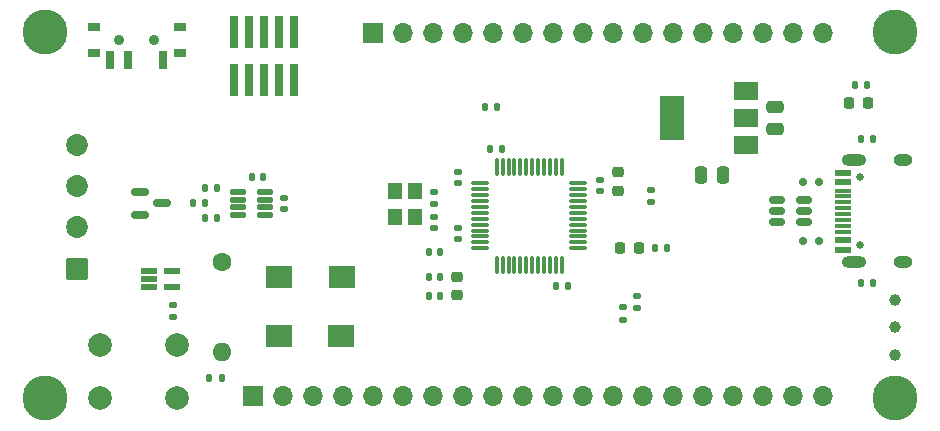
<source format=gbr>
%TF.GenerationSoftware,KiCad,Pcbnew,7.0.5-0*%
%TF.CreationDate,2024-02-18T02:25:47-06:00*%
%TF.ProjectId,STM32_BluePill,53544d33-325f-4426-9c75-6550696c6c2e,1*%
%TF.SameCoordinates,Original*%
%TF.FileFunction,Soldermask,Top*%
%TF.FilePolarity,Negative*%
%FSLAX46Y46*%
G04 Gerber Fmt 4.6, Leading zero omitted, Abs format (unit mm)*
G04 Created by KiCad (PCBNEW 7.0.5-0) date 2024-02-18 02:25:47*
%MOMM*%
%LPD*%
G01*
G04 APERTURE LIST*
G04 Aperture macros list*
%AMRoundRect*
0 Rectangle with rounded corners*
0 $1 Rounding radius*
0 $2 $3 $4 $5 $6 $7 $8 $9 X,Y pos of 4 corners*
0 Add a 4 corners polygon primitive as box body*
4,1,4,$2,$3,$4,$5,$6,$7,$8,$9,$2,$3,0*
0 Add four circle primitives for the rounded corners*
1,1,$1+$1,$2,$3*
1,1,$1+$1,$4,$5*
1,1,$1+$1,$6,$7*
1,1,$1+$1,$8,$9*
0 Add four rect primitives between the rounded corners*
20,1,$1+$1,$2,$3,$4,$5,0*
20,1,$1+$1,$4,$5,$6,$7,0*
20,1,$1+$1,$6,$7,$8,$9,0*
20,1,$1+$1,$8,$9,$2,$3,0*%
G04 Aperture macros list end*
%ADD10RoundRect,0.140000X0.140000X0.170000X-0.140000X0.170000X-0.140000X-0.170000X0.140000X-0.170000X0*%
%ADD11RoundRect,0.135000X0.135000X0.185000X-0.135000X0.185000X-0.135000X-0.185000X0.135000X-0.185000X0*%
%ADD12RoundRect,0.135000X0.185000X-0.135000X0.185000X0.135000X-0.185000X0.135000X-0.185000X-0.135000X0*%
%ADD13RoundRect,0.140000X-0.140000X-0.170000X0.140000X-0.170000X0.140000X0.170000X-0.140000X0.170000X0*%
%ADD14C,3.800000*%
%ADD15RoundRect,0.135000X-0.135000X-0.185000X0.135000X-0.185000X0.135000X0.185000X-0.135000X0.185000X0*%
%ADD16R,1.000000X0.800000*%
%ADD17C,0.900000*%
%ADD18R,0.700000X1.500000*%
%ADD19R,2.310000X1.910000*%
%ADD20RoundRect,0.140000X-0.170000X0.140000X-0.170000X-0.140000X0.170000X-0.140000X0.170000X0.140000X0*%
%ADD21C,0.650000*%
%ADD22R,1.450000X0.600000*%
%ADD23R,1.450000X0.300000*%
%ADD24O,2.100000X1.000000*%
%ADD25O,1.600000X1.000000*%
%ADD26R,1.700000X1.700000*%
%ADD27O,1.700000X1.700000*%
%ADD28RoundRect,0.135000X-0.185000X0.135000X-0.185000X-0.135000X0.185000X-0.135000X0.185000X0.135000X0*%
%ADD29RoundRect,0.150000X0.512500X0.150000X-0.512500X0.150000X-0.512500X-0.150000X0.512500X-0.150000X0*%
%ADD30RoundRect,0.218750X0.218750X0.256250X-0.218750X0.256250X-0.218750X-0.256250X0.218750X-0.256250X0*%
%ADD31C,1.600000*%
%ADD32O,1.600000X1.600000*%
%ADD33R,1.200000X1.400000*%
%ADD34R,2.000000X1.500000*%
%ADD35R,2.000000X3.800000*%
%ADD36RoundRect,0.075000X-0.662500X-0.075000X0.662500X-0.075000X0.662500X0.075000X-0.662500X0.075000X0*%
%ADD37RoundRect,0.075000X-0.075000X-0.662500X0.075000X-0.662500X0.075000X0.662500X-0.075000X0.662500X0*%
%ADD38RoundRect,0.150000X-0.587500X-0.150000X0.587500X-0.150000X0.587500X0.150000X-0.587500X0.150000X0*%
%ADD39C,1.000000*%
%ADD40RoundRect,0.250000X-0.475000X0.250000X-0.475000X-0.250000X0.475000X-0.250000X0.475000X0.250000X0*%
%ADD41RoundRect,0.225000X-0.250000X0.225000X-0.250000X-0.225000X0.250000X-0.225000X0.250000X0.225000X0*%
%ADD42RoundRect,0.140000X0.170000X-0.140000X0.170000X0.140000X-0.170000X0.140000X-0.170000X-0.140000X0*%
%ADD43RoundRect,0.150000X0.150000X0.200000X-0.150000X0.200000X-0.150000X-0.200000X0.150000X-0.200000X0*%
%ADD44R,0.740000X2.790000*%
%ADD45RoundRect,0.250000X-0.250000X-0.475000X0.250000X-0.475000X0.250000X0.475000X-0.250000X0.475000X0*%
%ADD46RoundRect,0.102000X-0.584200X-0.177800X0.584200X-0.177800X0.584200X0.177800X-0.584200X0.177800X0*%
%ADD47RoundRect,0.125000X0.537500X0.125000X-0.537500X0.125000X-0.537500X-0.125000X0.537500X-0.125000X0*%
%ADD48RoundRect,0.102000X0.825000X-0.825000X0.825000X0.825000X-0.825000X0.825000X-0.825000X-0.825000X0*%
%ADD49C,1.854000*%
%ADD50RoundRect,0.218750X-0.256250X0.218750X-0.256250X-0.218750X0.256250X-0.218750X0.256250X0.218750X0*%
%ADD51C,2.000000*%
G04 APERTURE END LIST*
D10*
%TO.C,C8*%
X138691600Y-104804300D03*
X137731600Y-104804300D03*
%TD*%
D11*
%TO.C,R11*%
X157908000Y-100791500D03*
X156888000Y-100791500D03*
%TD*%
D12*
%TO.C,R12*%
X116050000Y-106620000D03*
X116050000Y-105600000D03*
%TD*%
D13*
%TO.C,C5*%
X142920000Y-92400000D03*
X143880000Y-92400000D03*
%TD*%
D14*
%TO.C,H1*%
X105198000Y-113491500D03*
%TD*%
D15*
%TO.C,R7*%
X118736000Y-95726500D03*
X119756000Y-95726500D03*
%TD*%
D16*
%TO.C,SW1*%
X116623000Y-84226500D03*
X116623000Y-82016500D03*
D17*
X114473000Y-83116500D03*
X111473000Y-83116500D03*
D16*
X109323000Y-84226500D03*
X109323000Y-82016500D03*
D18*
X115223000Y-84876500D03*
X112223000Y-84876500D03*
X110723000Y-84876500D03*
%TD*%
D19*
%TO.C,J2*%
X130308000Y-108191500D03*
X124998000Y-108191500D03*
%TD*%
D20*
%TO.C,C15*%
X125448000Y-96516500D03*
X125448000Y-97476500D03*
%TD*%
D21*
%TO.C,J1*%
X174245000Y-100540000D03*
X174245000Y-94760000D03*
D22*
X172800000Y-100900000D03*
X172800000Y-100100000D03*
D23*
X172800000Y-98900000D03*
X172800000Y-97900000D03*
X172800000Y-97400000D03*
X172800000Y-96400000D03*
D22*
X172800000Y-95200000D03*
X172800000Y-94400000D03*
X172800000Y-94400000D03*
X172800000Y-95200000D03*
D23*
X172800000Y-95900000D03*
X172800000Y-96900000D03*
X172800000Y-98400000D03*
X172800000Y-99400000D03*
D22*
X172800000Y-100100000D03*
X172800000Y-100900000D03*
D24*
X173715000Y-101970000D03*
D25*
X177895000Y-101970000D03*
D24*
X173715000Y-93330000D03*
D25*
X177895000Y-93330000D03*
%TD*%
D20*
%TO.C,C11*%
X138146400Y-98149500D03*
X138146400Y-99109500D03*
%TD*%
D11*
%TO.C,R5*%
X174808000Y-86967500D03*
X173788000Y-86967500D03*
%TD*%
D26*
%TO.C,J5*%
X122842000Y-113277500D03*
D27*
X125382000Y-113277500D03*
X127922000Y-113277500D03*
X130462000Y-113277500D03*
X133002000Y-113277500D03*
X135542000Y-113277500D03*
X138082000Y-113277500D03*
X140622000Y-113277500D03*
X143162000Y-113277500D03*
X145702000Y-113277500D03*
X148242000Y-113277500D03*
X150782000Y-113277500D03*
X153322000Y-113277500D03*
X155862000Y-113277500D03*
X158402000Y-113277500D03*
X160942000Y-113277500D03*
X163482000Y-113277500D03*
X166022000Y-113277500D03*
X168562000Y-113277500D03*
X171102000Y-113277500D03*
%TD*%
D28*
%TO.C,R2*%
X156498000Y-95890000D03*
X156498000Y-96910000D03*
%TD*%
D10*
%TO.C,C3*%
X149478000Y-103991500D03*
X148518000Y-103991500D03*
%TD*%
D29*
%TO.C,U2*%
X169432500Y-98600000D03*
X169432500Y-97650000D03*
X169432500Y-96700000D03*
X167157500Y-96700000D03*
X167157500Y-97650000D03*
X167157500Y-98600000D03*
%TD*%
D14*
%TO.C,H2*%
X105198000Y-82491500D03*
%TD*%
D30*
%TO.C,D1*%
X174885500Y-88491500D03*
X173310500Y-88491500D03*
%TD*%
%TO.C,D2*%
X155485500Y-100791500D03*
X153910500Y-100791500D03*
%TD*%
D31*
%TO.C,R10*%
X120198000Y-101931500D03*
D32*
X120198000Y-109551500D03*
%TD*%
D33*
%TO.C,Y1*%
X134858000Y-95954700D03*
X134858000Y-98154700D03*
X136558000Y-98154700D03*
X136558000Y-95954700D03*
%TD*%
D12*
%TO.C,R8*%
X154162299Y-106825500D03*
X154162299Y-105805500D03*
%TD*%
D34*
%TO.C,U3*%
X164598000Y-92041500D03*
X164598000Y-89741500D03*
D35*
X158298000Y-89741500D03*
D34*
X164598000Y-87441500D03*
%TD*%
D36*
%TO.C,U1*%
X142047500Y-95287500D03*
X142047500Y-95787500D03*
X142047500Y-96287500D03*
X142047500Y-96787500D03*
X142047500Y-97287500D03*
X142047500Y-97787500D03*
X142047500Y-98287500D03*
X142047500Y-98787500D03*
X142047500Y-99287500D03*
X142047500Y-99787500D03*
X142047500Y-100287500D03*
X142047500Y-100787500D03*
D37*
X143460000Y-102200000D03*
X143960000Y-102200000D03*
X144460000Y-102200000D03*
X144960000Y-102200000D03*
X145460000Y-102200000D03*
X145960000Y-102200000D03*
X146460000Y-102200000D03*
X146960000Y-102200000D03*
X147460000Y-102200000D03*
X147960000Y-102200000D03*
X148460000Y-102200000D03*
X148960000Y-102200000D03*
D36*
X150372500Y-100787500D03*
X150372500Y-100287500D03*
X150372500Y-99787500D03*
X150372500Y-99287500D03*
X150372500Y-98787500D03*
X150372500Y-98287500D03*
X150372500Y-97787500D03*
X150372500Y-97287500D03*
X150372500Y-96787500D03*
X150372500Y-96287500D03*
X150372500Y-95787500D03*
X150372500Y-95287500D03*
D37*
X148960000Y-93875000D03*
X148460000Y-93875000D03*
X147960000Y-93875000D03*
X147460000Y-93875000D03*
X146960000Y-93875000D03*
X146460000Y-93875000D03*
X145960000Y-93875000D03*
X145460000Y-93875000D03*
X144960000Y-93875000D03*
X144460000Y-93875000D03*
X143960000Y-93875000D03*
X143460000Y-93875000D03*
%TD*%
D11*
%TO.C,R3*%
X175323000Y-91554000D03*
X174303000Y-91554000D03*
%TD*%
D28*
%TO.C,R9*%
X155362299Y-104815500D03*
X155362299Y-105835500D03*
%TD*%
D15*
%TO.C,R0*%
X119140000Y-111750000D03*
X120160000Y-111750000D03*
%TD*%
D11*
%TO.C,R4*%
X175295000Y-103746000D03*
X174275000Y-103746000D03*
%TD*%
D13*
%TO.C,C14*%
X122713000Y-94716500D03*
X123673000Y-94716500D03*
%TD*%
D14*
%TO.C,H4*%
X177198000Y-113491500D03*
%TD*%
D38*
%TO.C,D5*%
X113260500Y-96041500D03*
X113260500Y-97941500D03*
X115135500Y-96991500D03*
%TD*%
D39*
%TO.C,TP2*%
X177198000Y-107491500D03*
%TD*%
D10*
%TO.C,C9*%
X138680000Y-101100000D03*
X137720000Y-101100000D03*
%TD*%
D40*
%TO.C,C12*%
X167036000Y-88791500D03*
X167036000Y-90691500D03*
%TD*%
D41*
%TO.C,C1*%
X153698000Y-94366500D03*
X153698000Y-95916500D03*
%TD*%
D42*
%TO.C,C6*%
X140198000Y-100041500D03*
X140198000Y-99081500D03*
%TD*%
D43*
%TO.C,D4*%
X169370000Y-95150000D03*
X170770000Y-95150000D03*
%TD*%
D10*
%TO.C,C16*%
X118728000Y-96996500D03*
X117768000Y-96996500D03*
%TD*%
D15*
%TO.C,R1*%
X142488000Y-88850000D03*
X143508000Y-88850000D03*
%TD*%
D44*
%TO.C,J7*%
X121210000Y-86585000D03*
X121210000Y-82515000D03*
X122480000Y-86585000D03*
X122480000Y-82515000D03*
X123750000Y-86585000D03*
X123750000Y-82515000D03*
X125020000Y-86585000D03*
X125020000Y-82515000D03*
X126290000Y-86585000D03*
X126290000Y-82515000D03*
%TD*%
D45*
%TO.C,C13*%
X160752000Y-94567500D03*
X162652000Y-94567500D03*
%TD*%
D46*
%TO.C,U5*%
X114034800Y-102739600D03*
X114034800Y-103400000D03*
X114034800Y-104060400D03*
X115965200Y-104060400D03*
X115965200Y-102739600D03*
%TD*%
D20*
%TO.C,C2*%
X152198000Y-95017500D03*
X152198000Y-95977500D03*
%TD*%
D47*
%TO.C,U4*%
X123835500Y-97966500D03*
X123835500Y-97316500D03*
X123835500Y-96666500D03*
X123835500Y-96016500D03*
X121560500Y-96016500D03*
X121560500Y-96666500D03*
X121560500Y-97316500D03*
X121560500Y-97966500D03*
%TD*%
D19*
%TO.C,J3*%
X130353000Y-103241500D03*
X125043000Y-103241500D03*
%TD*%
D42*
%TO.C,C4*%
X140198000Y-95266300D03*
X140198000Y-94306300D03*
%TD*%
D10*
%TO.C,C7*%
X138691600Y-103229500D03*
X137731600Y-103229500D03*
%TD*%
D48*
%TO.C,J4*%
X107936000Y-102525500D03*
D49*
X107936000Y-99025500D03*
X107936000Y-95525500D03*
X107936000Y-92025500D03*
%TD*%
D43*
%TO.C,D3*%
X169370000Y-100150000D03*
X170770000Y-100150000D03*
%TD*%
D26*
%TO.C,J6*%
X133000000Y-82550000D03*
D27*
X135540000Y-82550000D03*
X138080000Y-82550000D03*
X140620000Y-82550000D03*
X143160000Y-82550000D03*
X145700000Y-82550000D03*
X148240000Y-82550000D03*
X150780000Y-82550000D03*
X153320000Y-82550000D03*
X155860000Y-82550000D03*
X158400000Y-82550000D03*
X160940000Y-82550000D03*
X163480000Y-82550000D03*
X166020000Y-82550000D03*
X168560000Y-82550000D03*
X171100000Y-82550000D03*
%TD*%
D50*
%TO.C,FB1*%
X140114000Y-103204000D03*
X140114000Y-104779000D03*
%TD*%
D39*
%TO.C,TP3*%
X177198000Y-105191500D03*
%TD*%
D14*
%TO.C,H3*%
X177198000Y-82491500D03*
%TD*%
D51*
%TO.C,SW2*%
X116350001Y-113500000D03*
X109850001Y-113500000D03*
X116350001Y-109000000D03*
X109850001Y-109000000D03*
%TD*%
D11*
%TO.C,R6*%
X119756000Y-98266500D03*
X118736000Y-98266500D03*
%TD*%
D39*
%TO.C,TP1*%
X177198000Y-109791500D03*
%TD*%
D42*
%TO.C,C10*%
X138146400Y-97026700D03*
X138146400Y-96066700D03*
%TD*%
M02*

</source>
